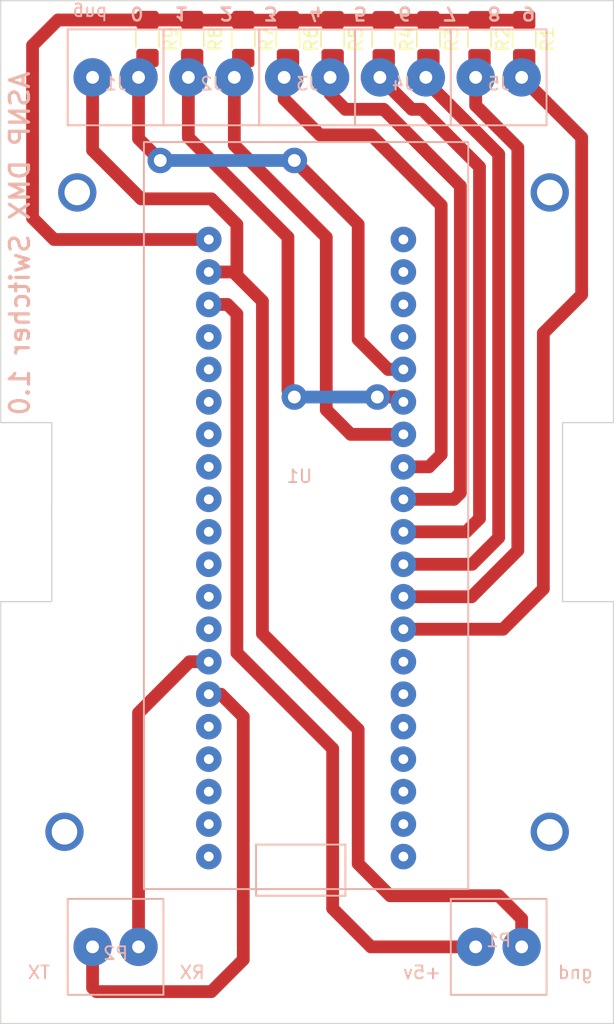
<source format=kicad_pcb>
(kicad_pcb (version 20171130) (host pcbnew "(5.1.6)-1")

  (general
    (thickness 1.6)
    (drawings 25)
    (tracks 129)
    (zones 0)
    (modules 17)
    (nets 41)
  )

  (page A4)
  (layers
    (0 F.Cu signal)
    (31 B.Cu signal)
    (32 B.Adhes user)
    (33 F.Adhes user)
    (34 B.Paste user)
    (35 F.Paste user)
    (36 B.SilkS user)
    (37 F.SilkS user)
    (38 B.Mask user)
    (39 F.Mask user)
    (40 Dwgs.User user)
    (41 Cmts.User user)
    (42 Eco1.User user)
    (43 Eco2.User user)
    (44 Edge.Cuts user)
    (45 Margin user)
    (46 B.CrtYd user)
    (47 F.CrtYd user)
    (48 B.Fab user)
    (49 F.Fab user)
  )

  (setup
    (last_trace_width 1)
    (user_trace_width 1)
    (trace_clearance 0.2)
    (zone_clearance 0.508)
    (zone_45_only no)
    (trace_min 0.2)
    (via_size 0.8)
    (via_drill 0.4)
    (via_min_size 0.4)
    (via_min_drill 0.3)
    (user_via 2 1)
    (uvia_size 0.3)
    (uvia_drill 0.1)
    (uvias_allowed no)
    (uvia_min_size 0.2)
    (uvia_min_drill 0.1)
    (edge_width 0.1)
    (segment_width 0.2)
    (pcb_text_width 0.3)
    (pcb_text_size 1.5 1.5)
    (mod_edge_width 0.15)
    (mod_text_size 1 1)
    (mod_text_width 0.15)
    (pad_size 1.524 1.524)
    (pad_drill 0.762)
    (pad_to_mask_clearance 0)
    (aux_axis_origin 0 0)
    (visible_elements 7FFFFFFF)
    (pcbplotparams
      (layerselection 0x010fc_ffffffff)
      (usegerberextensions false)
      (usegerberattributes true)
      (usegerberadvancedattributes true)
      (creategerberjobfile true)
      (excludeedgelayer true)
      (linewidth 0.100000)
      (plotframeref false)
      (viasonmask false)
      (mode 1)
      (useauxorigin false)
      (hpglpennumber 1)
      (hpglpenspeed 20)
      (hpglpendiameter 15.000000)
      (psnegative false)
      (psa4output false)
      (plotreference true)
      (plotvalue true)
      (plotinvisibletext false)
      (padsonsilk false)
      (subtractmaskfromsilk false)
      (outputformat 1)
      (mirror false)
      (drillshape 1)
      (scaleselection 1)
      (outputdirectory ""))
  )

  (net 0 "")
  (net 1 "Net-(P1-Pad1)")
  (net 2 "Net-(P2-Pad2)")
  (net 3 "Net-(P2-Pad1)")
  (net 4 "Net-(U1-Pad4)")
  (net 5 "Net-(U1-Pad5)")
  (net 6 "Net-(U1-Pad6)")
  (net 7 "Net-(U1-Pad7)")
  (net 8 "Net-(U1-Pad8)")
  (net 9 "Net-(U1-Pad9)")
  (net 10 "Net-(U1-Pad10)")
  (net 11 "Net-(U1-Pad11)")
  (net 12 "Net-(U1-Pad12)")
  (net 13 "Net-(U1-Pad13)")
  (net 14 "Net-(U1-Pad16)")
  (net 15 "Net-(U1-Pad17)")
  (net 16 "Net-(U1-Pad18)")
  (net 17 "Net-(U1-Pad19)")
  (net 18 "Net-(U1-Pad20)")
  (net 19 "Net-(U1-Pad21)")
  (net 20 "Net-(U1-Pad22)")
  (net 21 "Net-(U1-Pad23)")
  (net 22 "Net-(U1-Pad24)")
  (net 23 "Net-(U1-Pad34)")
  (net 24 "Net-(U1-Pad35)")
  (net 25 "Net-(U1-Pad36)")
  (net 26 "Net-(U1-Pad37)")
  (net 27 "Net-(U1-Pad38)")
  (net 28 "Net-(U1-Pad39)")
  (net 29 "Net-(U1-Pad40)")
  (net 30 "Net-(J1-Pad2)")
  (net 31 "Net-(J1-Pad1)")
  (net 32 "Net-(J2-Pad1)")
  (net 33 "Net-(J2-Pad2)")
  (net 34 "Net-(J3-Pad2)")
  (net 35 "Net-(J3-Pad1)")
  (net 36 "Net-(J4-Pad1)")
  (net 37 "Net-(J4-Pad2)")
  (net 38 "Net-(J5-Pad2)")
  (net 39 "Net-(J5-Pad1)")
  (net 40 "Net-(R1-Pad1)")

  (net_class Default "This is the default net class."
    (clearance 0.2)
    (trace_width 0.25)
    (via_dia 0.8)
    (via_drill 0.4)
    (uvia_dia 0.3)
    (uvia_drill 0.1)
    (add_net "Net-(J1-Pad1)")
    (add_net "Net-(J1-Pad2)")
    (add_net "Net-(J2-Pad1)")
    (add_net "Net-(J2-Pad2)")
    (add_net "Net-(J3-Pad1)")
    (add_net "Net-(J3-Pad2)")
    (add_net "Net-(J4-Pad1)")
    (add_net "Net-(J4-Pad2)")
    (add_net "Net-(J5-Pad1)")
    (add_net "Net-(J5-Pad2)")
    (add_net "Net-(P1-Pad1)")
    (add_net "Net-(P2-Pad1)")
    (add_net "Net-(P2-Pad2)")
    (add_net "Net-(R1-Pad1)")
    (add_net "Net-(U1-Pad10)")
    (add_net "Net-(U1-Pad11)")
    (add_net "Net-(U1-Pad12)")
    (add_net "Net-(U1-Pad13)")
    (add_net "Net-(U1-Pad16)")
    (add_net "Net-(U1-Pad17)")
    (add_net "Net-(U1-Pad18)")
    (add_net "Net-(U1-Pad19)")
    (add_net "Net-(U1-Pad20)")
    (add_net "Net-(U1-Pad21)")
    (add_net "Net-(U1-Pad22)")
    (add_net "Net-(U1-Pad23)")
    (add_net "Net-(U1-Pad24)")
    (add_net "Net-(U1-Pad34)")
    (add_net "Net-(U1-Pad35)")
    (add_net "Net-(U1-Pad36)")
    (add_net "Net-(U1-Pad37)")
    (add_net "Net-(U1-Pad38)")
    (add_net "Net-(U1-Pad39)")
    (add_net "Net-(U1-Pad4)")
    (add_net "Net-(U1-Pad40)")
    (add_net "Net-(U1-Pad5)")
    (add_net "Net-(U1-Pad6)")
    (add_net "Net-(U1-Pad7)")
    (add_net "Net-(U1-Pad8)")
    (add_net "Net-(U1-Pad9)")
  )

  (module Resistor_SMD:R_1206_3216Metric_Pad1.42x1.75mm_HandSolder (layer F.Cu) (tedit 5B301BBD) (tstamp 603FEE50)
    (at 115 63 270)
    (descr "Resistor SMD 1206 (3216 Metric), square (rectangular) end terminal, IPC_7351 nominal with elongated pad for handsoldering. (Body size source: http://www.tortai-tech.com/upload/download/2011102023233369053.pdf), generated with kicad-footprint-generator")
    (tags "resistor handsolder")
    (path /60404202)
    (attr smd)
    (fp_text reference R7 (at 0 -1.82 90) (layer F.SilkS)
      (effects (font (size 1 1) (thickness 0.15)))
    )
    (fp_text value R (at 0 1.82 90) (layer F.Fab)
      (effects (font (size 1 1) (thickness 0.15)))
    )
    (fp_line (start -1.6 0.8) (end -1.6 -0.8) (layer F.Fab) (width 0.1))
    (fp_line (start -1.6 -0.8) (end 1.6 -0.8) (layer F.Fab) (width 0.1))
    (fp_line (start 1.6 -0.8) (end 1.6 0.8) (layer F.Fab) (width 0.1))
    (fp_line (start 1.6 0.8) (end -1.6 0.8) (layer F.Fab) (width 0.1))
    (fp_line (start -0.602064 -0.91) (end 0.602064 -0.91) (layer F.SilkS) (width 0.12))
    (fp_line (start -0.602064 0.91) (end 0.602064 0.91) (layer F.SilkS) (width 0.12))
    (fp_line (start -2.45 1.12) (end -2.45 -1.12) (layer F.CrtYd) (width 0.05))
    (fp_line (start -2.45 -1.12) (end 2.45 -1.12) (layer F.CrtYd) (width 0.05))
    (fp_line (start 2.45 -1.12) (end 2.45 1.12) (layer F.CrtYd) (width 0.05))
    (fp_line (start 2.45 1.12) (end -2.45 1.12) (layer F.CrtYd) (width 0.05))
    (fp_text user %R (at 0 0 90) (layer F.Fab)
      (effects (font (size 0.8 0.8) (thickness 0.12)))
    )
    (pad 1 smd roundrect (at -1.4875 0 270) (size 1.425 1.75) (layers F.Cu F.Paste F.Mask) (roundrect_rratio 0.175439)
      (net 40 "Net-(R1-Pad1)"))
    (pad 2 smd roundrect (at 1.4875 0 270) (size 1.425 1.75) (layers F.Cu F.Paste F.Mask) (roundrect_rratio 0.175439)
      (net 32 "Net-(J2-Pad1)"))
    (model ${KISYS3DMOD}/Resistor_SMD.3dshapes/R_1206_3216Metric.wrl
      (at (xyz 0 0 0))
      (scale (xyz 1 1 1))
      (rotate (xyz 0 0 0))
    )
  )

  (module SmartHouseLib:CONN_2_3.5mm (layer B.Cu) (tedit 59BCF383) (tstamp 603FEDD9)
    (at 135 66 180)
    (path /60400DAF)
    (fp_text reference J5 (at 0 -0.5) (layer B.SilkS)
      (effects (font (size 1 1) (thickness 0.15)) (justify mirror))
    )
    (fp_text value Conn_01x02_Female (at 0 0.5) (layer B.Fab)
      (effects (font (size 1 1) (thickness 0.15)) (justify mirror))
    )
    (fp_line (start 3.75 0) (end 3.75 3.75) (layer B.SilkS) (width 0.15))
    (fp_line (start 3.75 3.75) (end -3.75 3.75) (layer B.SilkS) (width 0.15))
    (fp_line (start -3.75 3.75) (end -3.75 -3.75) (layer B.SilkS) (width 0.15))
    (fp_line (start -3.75 -3.75) (end 3.75 -3.75) (layer B.SilkS) (width 0.15))
    (fp_line (start 3.75 -3.75) (end 3.75 0) (layer B.SilkS) (width 0.15))
    (pad 2 thru_hole circle (at 1.8 0 180) (size 3 3) (drill 1) (layers *.Cu *.Mask)
      (net 38 "Net-(J5-Pad2)"))
    (pad 1 thru_hole circle (at -1.8 0 180) (size 3 3) (drill 1) (layers *.Cu *.Mask)
      (net 39 "Net-(J5-Pad1)"))
  )

  (module SmartHouseLib:STM32_DISCOVERY (layer B.Cu) (tedit 5AF5E8EF) (tstamp 5EFA473D)
    (at 125 99 180)
    (path /5B0C4D35)
    (fp_text reference U1 (at 5.6 1.8) (layer B.SilkS)
      (effects (font (size 1 1) (thickness 0.15)) (justify mirror))
    )
    (fp_text value STM32DISCOVERY (at 4.6 4.2) (layer B.Fab)
      (effects (font (size 1 1) (thickness 0.15)) (justify mirror))
    )
    (fp_line (start 2 -31) (end 2 -27) (layer B.SilkS) (width 0.15))
    (fp_line (start 2 -27) (end 9 -27) (layer B.SilkS) (width 0.15))
    (fp_line (start 9 -27) (end 9 -31) (layer B.SilkS) (width 0.15))
    (fp_line (start 9 -31) (end 2 -31) (layer B.SilkS) (width 0.15))
    (fp_line (start 17.78 -30.48) (end -7.62 -30.48) (layer B.SilkS) (width 0.15))
    (fp_line (start -7.62 -30.48) (end -7.62 27.94) (layer B.SilkS) (width 0.15))
    (fp_line (start -7.62 27.94) (end 17.78 27.94) (layer B.SilkS) (width 0.15))
    (fp_line (start 17.78 27.94) (end 17.78 -30.48) (layer B.SilkS) (width 0.15))
    (pad 1 thru_hole circle (at 12.7 20.32 180) (size 2 2) (drill 0.762) (layers *.Cu *.Mask)
      (net 40 "Net-(R1-Pad1)"))
    (pad 2 thru_hole circle (at 12.7 17.78 180) (size 2 2) (drill 0.762) (layers *.Cu *.Mask)
      (net 30 "Net-(J1-Pad2)"))
    (pad 3 thru_hole circle (at 12.7 15.24 180) (size 2 2) (drill 0.762) (layers *.Cu *.Mask)
      (net 1 "Net-(P1-Pad1)"))
    (pad 4 thru_hole circle (at 12.7 12.7 180) (size 2 2) (drill 0.762) (layers *.Cu *.Mask)
      (net 4 "Net-(U1-Pad4)"))
    (pad 5 thru_hole circle (at 12.7 10.16 180) (size 2 2) (drill 0.762) (layers *.Cu *.Mask)
      (net 5 "Net-(U1-Pad5)"))
    (pad 6 thru_hole circle (at 12.7 7.62 180) (size 2 2) (drill 0.762) (layers *.Cu *.Mask)
      (net 6 "Net-(U1-Pad6)"))
    (pad 7 thru_hole circle (at 12.7 5.08 180) (size 2 2) (drill 0.762) (layers *.Cu *.Mask)
      (net 7 "Net-(U1-Pad7)"))
    (pad 8 thru_hole circle (at 12.7 2.54 180) (size 2 2) (drill 0.762) (layers *.Cu *.Mask)
      (net 8 "Net-(U1-Pad8)"))
    (pad 9 thru_hole circle (at 12.7 0 180) (size 2 2) (drill 0.762) (layers *.Cu *.Mask)
      (net 9 "Net-(U1-Pad9)"))
    (pad 10 thru_hole circle (at 12.7 -2.54 180) (size 2 2) (drill 0.762) (layers *.Cu *.Mask)
      (net 10 "Net-(U1-Pad10)"))
    (pad 11 thru_hole circle (at 12.7 -5.08 180) (size 2 2) (drill 0.762) (layers *.Cu *.Mask)
      (net 11 "Net-(U1-Pad11)"))
    (pad 12 thru_hole circle (at 12.7 -7.62 180) (size 2 2) (drill 0.762) (layers *.Cu *.Mask)
      (net 12 "Net-(U1-Pad12)"))
    (pad 13 thru_hole circle (at 12.7 -10.16 180) (size 2 2) (drill 0.762) (layers *.Cu *.Mask)
      (net 13 "Net-(U1-Pad13)"))
    (pad 14 thru_hole circle (at 12.7 -12.7 180) (size 2 2) (drill 0.762) (layers *.Cu *.Mask)
      (net 3 "Net-(P2-Pad1)"))
    (pad 15 thru_hole circle (at 12.7 -15.24 180) (size 2 2) (drill 0.762) (layers *.Cu *.Mask)
      (net 2 "Net-(P2-Pad2)"))
    (pad 16 thru_hole circle (at 12.7 -17.78 180) (size 2 2) (drill 0.762) (layers *.Cu *.Mask)
      (net 14 "Net-(U1-Pad16)"))
    (pad 17 thru_hole circle (at 12.7 -20.32 180) (size 2 2) (drill 0.762) (layers *.Cu *.Mask)
      (net 15 "Net-(U1-Pad17)"))
    (pad 18 thru_hole circle (at 12.7 -22.86 180) (size 2 2) (drill 0.762) (layers *.Cu *.Mask)
      (net 16 "Net-(U1-Pad18)"))
    (pad 19 thru_hole circle (at 12.7 -25.4 180) (size 2 2) (drill 0.762) (layers *.Cu *.Mask)
      (net 17 "Net-(U1-Pad19)"))
    (pad 20 thru_hole circle (at 12.7 -27.94 180) (size 2 2) (drill 0.762) (layers *.Cu *.Mask)
      (net 18 "Net-(U1-Pad20)"))
    (pad 21 thru_hole circle (at -2.54 20.32 180) (size 2 2) (drill 0.762) (layers *.Cu *.Mask)
      (net 19 "Net-(U1-Pad21)"))
    (pad 22 thru_hole circle (at -2.54 17.78 180) (size 2 2) (drill 0.762) (layers *.Cu *.Mask)
      (net 20 "Net-(U1-Pad22)"))
    (pad 23 thru_hole circle (at -2.54 15.24 180) (size 2 2) (drill 0.762) (layers *.Cu *.Mask)
      (net 21 "Net-(U1-Pad23)"))
    (pad 24 thru_hole circle (at -2.54 12.7 180) (size 2 2) (drill 0.762) (layers *.Cu *.Mask)
      (net 22 "Net-(U1-Pad24)"))
    (pad 25 thru_hole circle (at -2.54 10.16 180) (size 2 2) (drill 0.762) (layers *.Cu *.Mask)
      (net 31 "Net-(J1-Pad1)"))
    (pad 26 thru_hole circle (at -2.54 7.62 180) (size 2 2) (drill 0.762) (layers *.Cu *.Mask)
      (net 33 "Net-(J2-Pad2)"))
    (pad 27 thru_hole circle (at -2.54 5.08 180) (size 2 2) (drill 0.762) (layers *.Cu *.Mask)
      (net 32 "Net-(J2-Pad1)"))
    (pad 28 thru_hole circle (at -2.54 2.54 180) (size 2 2) (drill 0.762) (layers *.Cu *.Mask)
      (net 34 "Net-(J3-Pad2)"))
    (pad 29 thru_hole circle (at -2.54 0 180) (size 2 2) (drill 0.762) (layers *.Cu *.Mask)
      (net 35 "Net-(J3-Pad1)"))
    (pad 30 thru_hole circle (at -2.54 -2.54 180) (size 2 2) (drill 0.762) (layers *.Cu *.Mask)
      (net 37 "Net-(J4-Pad2)"))
    (pad 31 thru_hole circle (at -2.54 -5.08 180) (size 2 2) (drill 0.762) (layers *.Cu *.Mask)
      (net 36 "Net-(J4-Pad1)"))
    (pad 32 thru_hole circle (at -2.54 -7.62 180) (size 2 2) (drill 0.762) (layers *.Cu *.Mask)
      (net 38 "Net-(J5-Pad2)"))
    (pad 33 thru_hole circle (at -2.54 -10.16 180) (size 2 2) (drill 0.762) (layers *.Cu *.Mask)
      (net 39 "Net-(J5-Pad1)"))
    (pad 34 thru_hole circle (at -2.54 -12.7 180) (size 2 2) (drill 0.762) (layers *.Cu *.Mask)
      (net 23 "Net-(U1-Pad34)"))
    (pad 35 thru_hole circle (at -2.54 -15.24 180) (size 2 2) (drill 0.762) (layers *.Cu *.Mask)
      (net 24 "Net-(U1-Pad35)"))
    (pad 36 thru_hole circle (at -2.54 -17.78 180) (size 2 2) (drill 0.762) (layers *.Cu *.Mask)
      (net 25 "Net-(U1-Pad36)"))
    (pad 37 thru_hole circle (at -2.54 -20.32 180) (size 2 2) (drill 0.762) (layers *.Cu *.Mask)
      (net 26 "Net-(U1-Pad37)"))
    (pad 38 thru_hole circle (at -2.54 -22.86 180) (size 2 2) (drill 0.762) (layers *.Cu *.Mask)
      (net 27 "Net-(U1-Pad38)"))
    (pad 39 thru_hole circle (at -2.54 -25.4 180) (size 2 2) (drill 0.762) (layers *.Cu *.Mask)
      (net 28 "Net-(U1-Pad39)"))
    (pad 40 thru_hole circle (at -2.54 -27.94 180) (size 2 2) (drill 0.762) (layers *.Cu *.Mask)
      (net 29 "Net-(U1-Pad40)"))
  )

  (module SmartHouseLib:CONN_2_3.5mm (layer B.Cu) (tedit 59BCF383) (tstamp 5EFA46E8)
    (at 135 134)
    (path /5B0C6718)
    (fp_text reference P1 (at 0 -0.5) (layer B.SilkS)
      (effects (font (size 1 1) (thickness 0.15)) (justify mirror))
    )
    (fp_text value POWER (at 0 0.5) (layer B.Fab)
      (effects (font (size 1 1) (thickness 0.15)) (justify mirror))
    )
    (fp_line (start 3.75 -3.75) (end 3.75 0) (layer B.SilkS) (width 0.15))
    (fp_line (start -3.75 -3.75) (end 3.75 -3.75) (layer B.SilkS) (width 0.15))
    (fp_line (start -3.75 3.75) (end -3.75 -3.75) (layer B.SilkS) (width 0.15))
    (fp_line (start 3.75 3.75) (end -3.75 3.75) (layer B.SilkS) (width 0.15))
    (fp_line (start 3.75 0) (end 3.75 3.75) (layer B.SilkS) (width 0.15))
    (pad 1 thru_hole circle (at -1.8 0) (size 3 3) (drill 1) (layers *.Cu *.Mask)
      (net 1 "Net-(P1-Pad1)"))
    (pad 2 thru_hole circle (at 1.8 0) (size 3 3) (drill 1) (layers *.Cu *.Mask)
      (net 30 "Net-(J1-Pad2)"))
  )

  (module SmartHouseLib:CONN_2_3.5mm (layer B.Cu) (tedit 59BCF383) (tstamp 5EF98A76)
    (at 105 134 180)
    (path /5B0C654C)
    (fp_text reference P2 (at 0 -0.5) (layer B.SilkS)
      (effects (font (size 1 1) (thickness 0.15)) (justify mirror))
    )
    (fp_text value UART (at 0 0.5) (layer B.Fab)
      (effects (font (size 1 1) (thickness 0.15)) (justify mirror))
    )
    (fp_line (start 3.75 0) (end 3.75 3.75) (layer B.SilkS) (width 0.15))
    (fp_line (start 3.75 3.75) (end -3.75 3.75) (layer B.SilkS) (width 0.15))
    (fp_line (start -3.75 3.75) (end -3.75 -3.75) (layer B.SilkS) (width 0.15))
    (fp_line (start -3.75 -3.75) (end 3.75 -3.75) (layer B.SilkS) (width 0.15))
    (fp_line (start 3.75 -3.75) (end 3.75 0) (layer B.SilkS) (width 0.15))
    (pad 2 thru_hole circle (at 1.8 0 180) (size 3 3) (drill 1) (layers *.Cu *.Mask)
      (net 2 "Net-(P2-Pad2)"))
    (pad 1 thru_hole circle (at -1.8 0 180) (size 3 3) (drill 1) (layers *.Cu *.Mask)
      (net 3 "Net-(P2-Pad1)"))
  )

  (module SmartHouseLib:CONN_2_3.5mm (layer B.Cu) (tedit 59BCF383) (tstamp 603FEDAD)
    (at 105 66 180)
    (path /603FEBEC)
    (fp_text reference J1 (at 0 -0.5) (layer B.SilkS)
      (effects (font (size 1 1) (thickness 0.15)) (justify mirror))
    )
    (fp_text value Conn_01x02_Female (at 0 0.5) (layer B.Fab)
      (effects (font (size 1 1) (thickness 0.15)) (justify mirror))
    )
    (fp_line (start 3.75 0) (end 3.75 3.75) (layer B.SilkS) (width 0.15))
    (fp_line (start 3.75 3.75) (end -3.75 3.75) (layer B.SilkS) (width 0.15))
    (fp_line (start -3.75 3.75) (end -3.75 -3.75) (layer B.SilkS) (width 0.15))
    (fp_line (start -3.75 -3.75) (end 3.75 -3.75) (layer B.SilkS) (width 0.15))
    (fp_line (start 3.75 -3.75) (end 3.75 0) (layer B.SilkS) (width 0.15))
    (pad 2 thru_hole circle (at 1.8 0 180) (size 3 3) (drill 1) (layers *.Cu *.Mask)
      (net 30 "Net-(J1-Pad2)"))
    (pad 1 thru_hole circle (at -1.8 0 180) (size 3 3) (drill 1) (layers *.Cu *.Mask)
      (net 31 "Net-(J1-Pad1)"))
  )

  (module SmartHouseLib:CONN_2_3.5mm (layer B.Cu) (tedit 59BCF383) (tstamp 603FEDB8)
    (at 112.5 66 180)
    (path /603FFC1C)
    (fp_text reference J2 (at 0 -0.5) (layer B.SilkS)
      (effects (font (size 1 1) (thickness 0.15)) (justify mirror))
    )
    (fp_text value Conn_01x02_Female (at 0 0.5) (layer B.Fab)
      (effects (font (size 1 1) (thickness 0.15)) (justify mirror))
    )
    (fp_line (start 3.75 -3.75) (end 3.75 0) (layer B.SilkS) (width 0.15))
    (fp_line (start -3.75 -3.75) (end 3.75 -3.75) (layer B.SilkS) (width 0.15))
    (fp_line (start -3.75 3.75) (end -3.75 -3.75) (layer B.SilkS) (width 0.15))
    (fp_line (start 3.75 3.75) (end -3.75 3.75) (layer B.SilkS) (width 0.15))
    (fp_line (start 3.75 0) (end 3.75 3.75) (layer B.SilkS) (width 0.15))
    (pad 1 thru_hole circle (at -1.8 0 180) (size 3 3) (drill 1) (layers *.Cu *.Mask)
      (net 32 "Net-(J2-Pad1)"))
    (pad 2 thru_hole circle (at 1.8 0 180) (size 3 3) (drill 1) (layers *.Cu *.Mask)
      (net 33 "Net-(J2-Pad2)"))
  )

  (module SmartHouseLib:CONN_2_3.5mm (layer B.Cu) (tedit 59BCF383) (tstamp 603FEDC3)
    (at 120 66 180)
    (path /60400520)
    (fp_text reference J3 (at 0 -0.5) (layer B.SilkS)
      (effects (font (size 1 1) (thickness 0.15)) (justify mirror))
    )
    (fp_text value Conn_01x02_Female (at 0 0.5) (layer B.Fab)
      (effects (font (size 1 1) (thickness 0.15)) (justify mirror))
    )
    (fp_line (start 3.75 0) (end 3.75 3.75) (layer B.SilkS) (width 0.15))
    (fp_line (start 3.75 3.75) (end -3.75 3.75) (layer B.SilkS) (width 0.15))
    (fp_line (start -3.75 3.75) (end -3.75 -3.75) (layer B.SilkS) (width 0.15))
    (fp_line (start -3.75 -3.75) (end 3.75 -3.75) (layer B.SilkS) (width 0.15))
    (fp_line (start 3.75 -3.75) (end 3.75 0) (layer B.SilkS) (width 0.15))
    (pad 2 thru_hole circle (at 1.8 0 180) (size 3 3) (drill 1) (layers *.Cu *.Mask)
      (net 34 "Net-(J3-Pad2)"))
    (pad 1 thru_hole circle (at -1.8 0 180) (size 3 3) (drill 1) (layers *.Cu *.Mask)
      (net 35 "Net-(J3-Pad1)"))
  )

  (module SmartHouseLib:CONN_2_3.5mm (layer B.Cu) (tedit 59BCF383) (tstamp 603FEDCE)
    (at 127.5 66 180)
    (path /60400A56)
    (fp_text reference J4 (at 0 -0.5) (layer B.SilkS)
      (effects (font (size 1 1) (thickness 0.15)) (justify mirror))
    )
    (fp_text value Conn_01x02_Female (at 0 0.5) (layer B.Fab)
      (effects (font (size 1 1) (thickness 0.15)) (justify mirror))
    )
    (fp_line (start 3.75 -3.75) (end 3.75 0) (layer B.SilkS) (width 0.15))
    (fp_line (start -3.75 -3.75) (end 3.75 -3.75) (layer B.SilkS) (width 0.15))
    (fp_line (start -3.75 3.75) (end -3.75 -3.75) (layer B.SilkS) (width 0.15))
    (fp_line (start 3.75 3.75) (end -3.75 3.75) (layer B.SilkS) (width 0.15))
    (fp_line (start 3.75 0) (end 3.75 3.75) (layer B.SilkS) (width 0.15))
    (pad 1 thru_hole circle (at -1.8 0 180) (size 3 3) (drill 1) (layers *.Cu *.Mask)
      (net 36 "Net-(J4-Pad1)"))
    (pad 2 thru_hole circle (at 1.8 0 180) (size 3 3) (drill 1) (layers *.Cu *.Mask)
      (net 37 "Net-(J4-Pad2)"))
  )

  (module Resistor_SMD:R_1206_3216Metric_Pad1.42x1.75mm_HandSolder (layer F.Cu) (tedit 5B301BBD) (tstamp 603FEDEA)
    (at 137 63.0125 270)
    (descr "Resistor SMD 1206 (3216 Metric), square (rectangular) end terminal, IPC_7351 nominal with elongated pad for handsoldering. (Body size source: http://www.tortai-tech.com/upload/download/2011102023233369053.pdf), generated with kicad-footprint-generator")
    (tags "resistor handsolder")
    (path /60403F6A)
    (attr smd)
    (fp_text reference R1 (at 0 -1.82 90) (layer F.SilkS)
      (effects (font (size 1 1) (thickness 0.15)))
    )
    (fp_text value R (at 0 1.82 90) (layer F.Fab)
      (effects (font (size 1 1) (thickness 0.15)))
    )
    (fp_line (start 2.45 1.12) (end -2.45 1.12) (layer F.CrtYd) (width 0.05))
    (fp_line (start 2.45 -1.12) (end 2.45 1.12) (layer F.CrtYd) (width 0.05))
    (fp_line (start -2.45 -1.12) (end 2.45 -1.12) (layer F.CrtYd) (width 0.05))
    (fp_line (start -2.45 1.12) (end -2.45 -1.12) (layer F.CrtYd) (width 0.05))
    (fp_line (start -0.602064 0.91) (end 0.602064 0.91) (layer F.SilkS) (width 0.12))
    (fp_line (start -0.602064 -0.91) (end 0.602064 -0.91) (layer F.SilkS) (width 0.12))
    (fp_line (start 1.6 0.8) (end -1.6 0.8) (layer F.Fab) (width 0.1))
    (fp_line (start 1.6 -0.8) (end 1.6 0.8) (layer F.Fab) (width 0.1))
    (fp_line (start -1.6 -0.8) (end 1.6 -0.8) (layer F.Fab) (width 0.1))
    (fp_line (start -1.6 0.8) (end -1.6 -0.8) (layer F.Fab) (width 0.1))
    (fp_text user %R (at 0 0 90) (layer F.Fab)
      (effects (font (size 0.8 0.8) (thickness 0.12)))
    )
    (pad 2 smd roundrect (at 1.4875 0 270) (size 1.425 1.75) (layers F.Cu F.Paste F.Mask) (roundrect_rratio 0.175439)
      (net 39 "Net-(J5-Pad1)"))
    (pad 1 smd roundrect (at -1.4875 0 270) (size 1.425 1.75) (layers F.Cu F.Paste F.Mask) (roundrect_rratio 0.175439)
      (net 40 "Net-(R1-Pad1)"))
    (model ${KISYS3DMOD}/Resistor_SMD.3dshapes/R_1206_3216Metric.wrl
      (at (xyz 0 0 0))
      (scale (xyz 1 1 1))
      (rotate (xyz 0 0 0))
    )
  )

  (module Resistor_SMD:R_1206_3216Metric_Pad1.42x1.75mm_HandSolder (layer F.Cu) (tedit 5B301BBD) (tstamp 603FEDFB)
    (at 133.5 63.0125 270)
    (descr "Resistor SMD 1206 (3216 Metric), square (rectangular) end terminal, IPC_7351 nominal with elongated pad for handsoldering. (Body size source: http://www.tortai-tech.com/upload/download/2011102023233369053.pdf), generated with kicad-footprint-generator")
    (tags "resistor handsolder")
    (path /60403C01)
    (attr smd)
    (fp_text reference R2 (at 0 -1.82 90) (layer F.SilkS)
      (effects (font (size 1 1) (thickness 0.15)))
    )
    (fp_text value R (at 0 1.82 90) (layer F.Fab)
      (effects (font (size 1 1) (thickness 0.15)))
    )
    (fp_line (start -1.6 0.8) (end -1.6 -0.8) (layer F.Fab) (width 0.1))
    (fp_line (start -1.6 -0.8) (end 1.6 -0.8) (layer F.Fab) (width 0.1))
    (fp_line (start 1.6 -0.8) (end 1.6 0.8) (layer F.Fab) (width 0.1))
    (fp_line (start 1.6 0.8) (end -1.6 0.8) (layer F.Fab) (width 0.1))
    (fp_line (start -0.602064 -0.91) (end 0.602064 -0.91) (layer F.SilkS) (width 0.12))
    (fp_line (start -0.602064 0.91) (end 0.602064 0.91) (layer F.SilkS) (width 0.12))
    (fp_line (start -2.45 1.12) (end -2.45 -1.12) (layer F.CrtYd) (width 0.05))
    (fp_line (start -2.45 -1.12) (end 2.45 -1.12) (layer F.CrtYd) (width 0.05))
    (fp_line (start 2.45 -1.12) (end 2.45 1.12) (layer F.CrtYd) (width 0.05))
    (fp_line (start 2.45 1.12) (end -2.45 1.12) (layer F.CrtYd) (width 0.05))
    (fp_text user %R (at 0 0 90) (layer F.Fab)
      (effects (font (size 0.8 0.8) (thickness 0.12)))
    )
    (pad 1 smd roundrect (at -1.4875 0 270) (size 1.425 1.75) (layers F.Cu F.Paste F.Mask) (roundrect_rratio 0.175439)
      (net 40 "Net-(R1-Pad1)"))
    (pad 2 smd roundrect (at 1.4875 0 270) (size 1.425 1.75) (layers F.Cu F.Paste F.Mask) (roundrect_rratio 0.175439)
      (net 38 "Net-(J5-Pad2)"))
    (model ${KISYS3DMOD}/Resistor_SMD.3dshapes/R_1206_3216Metric.wrl
      (at (xyz 0 0 0))
      (scale (xyz 1 1 1))
      (rotate (xyz 0 0 0))
    )
  )

  (module Resistor_SMD:R_1206_3216Metric_Pad1.42x1.75mm_HandSolder (layer F.Cu) (tedit 5B301BBD) (tstamp 603FEE0C)
    (at 129.5 63.0125 270)
    (descr "Resistor SMD 1206 (3216 Metric), square (rectangular) end terminal, IPC_7351 nominal with elongated pad for handsoldering. (Body size source: http://www.tortai-tech.com/upload/download/2011102023233369053.pdf), generated with kicad-footprint-generator")
    (tags "resistor handsolder")
    (path /60403A16)
    (attr smd)
    (fp_text reference R3 (at 0 -1.82 90) (layer F.SilkS)
      (effects (font (size 1 1) (thickness 0.15)))
    )
    (fp_text value R (at 0 1.82 90) (layer F.Fab)
      (effects (font (size 1 1) (thickness 0.15)))
    )
    (fp_line (start 2.45 1.12) (end -2.45 1.12) (layer F.CrtYd) (width 0.05))
    (fp_line (start 2.45 -1.12) (end 2.45 1.12) (layer F.CrtYd) (width 0.05))
    (fp_line (start -2.45 -1.12) (end 2.45 -1.12) (layer F.CrtYd) (width 0.05))
    (fp_line (start -2.45 1.12) (end -2.45 -1.12) (layer F.CrtYd) (width 0.05))
    (fp_line (start -0.602064 0.91) (end 0.602064 0.91) (layer F.SilkS) (width 0.12))
    (fp_line (start -0.602064 -0.91) (end 0.602064 -0.91) (layer F.SilkS) (width 0.12))
    (fp_line (start 1.6 0.8) (end -1.6 0.8) (layer F.Fab) (width 0.1))
    (fp_line (start 1.6 -0.8) (end 1.6 0.8) (layer F.Fab) (width 0.1))
    (fp_line (start -1.6 -0.8) (end 1.6 -0.8) (layer F.Fab) (width 0.1))
    (fp_line (start -1.6 0.8) (end -1.6 -0.8) (layer F.Fab) (width 0.1))
    (fp_text user %R (at 0 0 90) (layer F.Fab)
      (effects (font (size 0.8 0.8) (thickness 0.12)))
    )
    (pad 2 smd roundrect (at 1.4875 0 270) (size 1.425 1.75) (layers F.Cu F.Paste F.Mask) (roundrect_rratio 0.175439)
      (net 36 "Net-(J4-Pad1)"))
    (pad 1 smd roundrect (at -1.4875 0 270) (size 1.425 1.75) (layers F.Cu F.Paste F.Mask) (roundrect_rratio 0.175439)
      (net 40 "Net-(R1-Pad1)"))
    (model ${KISYS3DMOD}/Resistor_SMD.3dshapes/R_1206_3216Metric.wrl
      (at (xyz 0 0 0))
      (scale (xyz 1 1 1))
      (rotate (xyz 0 0 0))
    )
  )

  (module Resistor_SMD:R_1206_3216Metric_Pad1.42x1.75mm_HandSolder (layer F.Cu) (tedit 5B301BBD) (tstamp 603FEE1D)
    (at 126 63.0125 270)
    (descr "Resistor SMD 1206 (3216 Metric), square (rectangular) end terminal, IPC_7351 nominal with elongated pad for handsoldering. (Body size source: http://www.tortai-tech.com/upload/download/2011102023233369053.pdf), generated with kicad-footprint-generator")
    (tags "resistor handsolder")
    (path /60403906)
    (attr smd)
    (fp_text reference R4 (at 0 -1.82 90) (layer F.SilkS)
      (effects (font (size 1 1) (thickness 0.15)))
    )
    (fp_text value R (at 0 1.82 90) (layer F.Fab)
      (effects (font (size 1 1) (thickness 0.15)))
    )
    (fp_line (start -1.6 0.8) (end -1.6 -0.8) (layer F.Fab) (width 0.1))
    (fp_line (start -1.6 -0.8) (end 1.6 -0.8) (layer F.Fab) (width 0.1))
    (fp_line (start 1.6 -0.8) (end 1.6 0.8) (layer F.Fab) (width 0.1))
    (fp_line (start 1.6 0.8) (end -1.6 0.8) (layer F.Fab) (width 0.1))
    (fp_line (start -0.602064 -0.91) (end 0.602064 -0.91) (layer F.SilkS) (width 0.12))
    (fp_line (start -0.602064 0.91) (end 0.602064 0.91) (layer F.SilkS) (width 0.12))
    (fp_line (start -2.45 1.12) (end -2.45 -1.12) (layer F.CrtYd) (width 0.05))
    (fp_line (start -2.45 -1.12) (end 2.45 -1.12) (layer F.CrtYd) (width 0.05))
    (fp_line (start 2.45 -1.12) (end 2.45 1.12) (layer F.CrtYd) (width 0.05))
    (fp_line (start 2.45 1.12) (end -2.45 1.12) (layer F.CrtYd) (width 0.05))
    (fp_text user %R (at 0 0 90) (layer F.Fab)
      (effects (font (size 0.8 0.8) (thickness 0.12)))
    )
    (pad 1 smd roundrect (at -1.4875 0 270) (size 1.425 1.75) (layers F.Cu F.Paste F.Mask) (roundrect_rratio 0.175439)
      (net 40 "Net-(R1-Pad1)"))
    (pad 2 smd roundrect (at 1.4875 0 270) (size 1.425 1.75) (layers F.Cu F.Paste F.Mask) (roundrect_rratio 0.175439)
      (net 37 "Net-(J4-Pad2)"))
    (model ${KISYS3DMOD}/Resistor_SMD.3dshapes/R_1206_3216Metric.wrl
      (at (xyz 0 0 0))
      (scale (xyz 1 1 1))
      (rotate (xyz 0 0 0))
    )
  )

  (module Resistor_SMD:R_1206_3216Metric_Pad1.42x1.75mm_HandSolder (layer F.Cu) (tedit 5B301BBD) (tstamp 603FEE2E)
    (at 122 63.0125 270)
    (descr "Resistor SMD 1206 (3216 Metric), square (rectangular) end terminal, IPC_7351 nominal with elongated pad for handsoldering. (Body size source: http://www.tortai-tech.com/upload/download/2011102023233369053.pdf), generated with kicad-footprint-generator")
    (tags "resistor handsolder")
    (path /60403744)
    (attr smd)
    (fp_text reference R5 (at 0 -1.82 90) (layer F.SilkS)
      (effects (font (size 1 1) (thickness 0.15)))
    )
    (fp_text value R (at 0 1.82 90) (layer F.Fab)
      (effects (font (size 1 1) (thickness 0.15)))
    )
    (fp_line (start 2.45 1.12) (end -2.45 1.12) (layer F.CrtYd) (width 0.05))
    (fp_line (start 2.45 -1.12) (end 2.45 1.12) (layer F.CrtYd) (width 0.05))
    (fp_line (start -2.45 -1.12) (end 2.45 -1.12) (layer F.CrtYd) (width 0.05))
    (fp_line (start -2.45 1.12) (end -2.45 -1.12) (layer F.CrtYd) (width 0.05))
    (fp_line (start -0.602064 0.91) (end 0.602064 0.91) (layer F.SilkS) (width 0.12))
    (fp_line (start -0.602064 -0.91) (end 0.602064 -0.91) (layer F.SilkS) (width 0.12))
    (fp_line (start 1.6 0.8) (end -1.6 0.8) (layer F.Fab) (width 0.1))
    (fp_line (start 1.6 -0.8) (end 1.6 0.8) (layer F.Fab) (width 0.1))
    (fp_line (start -1.6 -0.8) (end 1.6 -0.8) (layer F.Fab) (width 0.1))
    (fp_line (start -1.6 0.8) (end -1.6 -0.8) (layer F.Fab) (width 0.1))
    (fp_text user %R (at 0 0 90) (layer F.Fab)
      (effects (font (size 0.8 0.8) (thickness 0.12)))
    )
    (pad 2 smd roundrect (at 1.4875 0 270) (size 1.425 1.75) (layers F.Cu F.Paste F.Mask) (roundrect_rratio 0.175439)
      (net 35 "Net-(J3-Pad1)"))
    (pad 1 smd roundrect (at -1.4875 0 270) (size 1.425 1.75) (layers F.Cu F.Paste F.Mask) (roundrect_rratio 0.175439)
      (net 40 "Net-(R1-Pad1)"))
    (model ${KISYS3DMOD}/Resistor_SMD.3dshapes/R_1206_3216Metric.wrl
      (at (xyz 0 0 0))
      (scale (xyz 1 1 1))
      (rotate (xyz 0 0 0))
    )
  )

  (module Resistor_SMD:R_1206_3216Metric_Pad1.42x1.75mm_HandSolder (layer F.Cu) (tedit 5B301BBD) (tstamp 603FEE3F)
    (at 118.5 63.0125 270)
    (descr "Resistor SMD 1206 (3216 Metric), square (rectangular) end terminal, IPC_7351 nominal with elongated pad for handsoldering. (Body size source: http://www.tortai-tech.com/upload/download/2011102023233369053.pdf), generated with kicad-footprint-generator")
    (tags "resistor handsolder")
    (path /60402FA9)
    (attr smd)
    (fp_text reference R6 (at 0 -1.82 90) (layer F.SilkS)
      (effects (font (size 1 1) (thickness 0.15)))
    )
    (fp_text value R (at 0 1.82 90) (layer F.Fab)
      (effects (font (size 1 1) (thickness 0.15)))
    )
    (fp_line (start -1.6 0.8) (end -1.6 -0.8) (layer F.Fab) (width 0.1))
    (fp_line (start -1.6 -0.8) (end 1.6 -0.8) (layer F.Fab) (width 0.1))
    (fp_line (start 1.6 -0.8) (end 1.6 0.8) (layer F.Fab) (width 0.1))
    (fp_line (start 1.6 0.8) (end -1.6 0.8) (layer F.Fab) (width 0.1))
    (fp_line (start -0.602064 -0.91) (end 0.602064 -0.91) (layer F.SilkS) (width 0.12))
    (fp_line (start -0.602064 0.91) (end 0.602064 0.91) (layer F.SilkS) (width 0.12))
    (fp_line (start -2.45 1.12) (end -2.45 -1.12) (layer F.CrtYd) (width 0.05))
    (fp_line (start -2.45 -1.12) (end 2.45 -1.12) (layer F.CrtYd) (width 0.05))
    (fp_line (start 2.45 -1.12) (end 2.45 1.12) (layer F.CrtYd) (width 0.05))
    (fp_line (start 2.45 1.12) (end -2.45 1.12) (layer F.CrtYd) (width 0.05))
    (fp_text user %R (at 0 0 90) (layer F.Fab)
      (effects (font (size 0.8 0.8) (thickness 0.12)))
    )
    (pad 1 smd roundrect (at -1.4875 0 270) (size 1.425 1.75) (layers F.Cu F.Paste F.Mask) (roundrect_rratio 0.175439)
      (net 40 "Net-(R1-Pad1)"))
    (pad 2 smd roundrect (at 1.4875 0 270) (size 1.425 1.75) (layers F.Cu F.Paste F.Mask) (roundrect_rratio 0.175439)
      (net 34 "Net-(J3-Pad2)"))
    (model ${KISYS3DMOD}/Resistor_SMD.3dshapes/R_1206_3216Metric.wrl
      (at (xyz 0 0 0))
      (scale (xyz 1 1 1))
      (rotate (xyz 0 0 0))
    )
  )

  (module Resistor_SMD:R_1206_3216Metric_Pad1.42x1.75mm_HandSolder (layer F.Cu) (tedit 5B301BBD) (tstamp 603FEE61)
    (at 111 63 270)
    (descr "Resistor SMD 1206 (3216 Metric), square (rectangular) end terminal, IPC_7351 nominal with elongated pad for handsoldering. (Body size source: http://www.tortai-tech.com/upload/download/2011102023233369053.pdf), generated with kicad-footprint-generator")
    (tags "resistor handsolder")
    (path /604043C8)
    (attr smd)
    (fp_text reference R8 (at 0 -1.82 90) (layer F.SilkS)
      (effects (font (size 1 1) (thickness 0.15)))
    )
    (fp_text value R (at 0 1.82 90) (layer F.Fab)
      (effects (font (size 1 1) (thickness 0.15)))
    )
    (fp_line (start 2.45 1.12) (end -2.45 1.12) (layer F.CrtYd) (width 0.05))
    (fp_line (start 2.45 -1.12) (end 2.45 1.12) (layer F.CrtYd) (width 0.05))
    (fp_line (start -2.45 -1.12) (end 2.45 -1.12) (layer F.CrtYd) (width 0.05))
    (fp_line (start -2.45 1.12) (end -2.45 -1.12) (layer F.CrtYd) (width 0.05))
    (fp_line (start -0.602064 0.91) (end 0.602064 0.91) (layer F.SilkS) (width 0.12))
    (fp_line (start -0.602064 -0.91) (end 0.602064 -0.91) (layer F.SilkS) (width 0.12))
    (fp_line (start 1.6 0.8) (end -1.6 0.8) (layer F.Fab) (width 0.1))
    (fp_line (start 1.6 -0.8) (end 1.6 0.8) (layer F.Fab) (width 0.1))
    (fp_line (start -1.6 -0.8) (end 1.6 -0.8) (layer F.Fab) (width 0.1))
    (fp_line (start -1.6 0.8) (end -1.6 -0.8) (layer F.Fab) (width 0.1))
    (fp_text user %R (at 0 0 90) (layer F.Fab)
      (effects (font (size 0.8 0.8) (thickness 0.12)))
    )
    (pad 2 smd roundrect (at 1.4875 0 270) (size 1.425 1.75) (layers F.Cu F.Paste F.Mask) (roundrect_rratio 0.175439)
      (net 33 "Net-(J2-Pad2)"))
    (pad 1 smd roundrect (at -1.4875 0 270) (size 1.425 1.75) (layers F.Cu F.Paste F.Mask) (roundrect_rratio 0.175439)
      (net 40 "Net-(R1-Pad1)"))
    (model ${KISYS3DMOD}/Resistor_SMD.3dshapes/R_1206_3216Metric.wrl
      (at (xyz 0 0 0))
      (scale (xyz 1 1 1))
      (rotate (xyz 0 0 0))
    )
  )

  (module Resistor_SMD:R_1206_3216Metric_Pad1.42x1.75mm_HandSolder (layer F.Cu) (tedit 5B301BBD) (tstamp 603FEE72)
    (at 107.5 63 270)
    (descr "Resistor SMD 1206 (3216 Metric), square (rectangular) end terminal, IPC_7351 nominal with elongated pad for handsoldering. (Body size source: http://www.tortai-tech.com/upload/download/2011102023233369053.pdf), generated with kicad-footprint-generator")
    (tags "resistor handsolder")
    (path /604045A4)
    (attr smd)
    (fp_text reference R9 (at 0 -1.82 90) (layer F.SilkS)
      (effects (font (size 1 1) (thickness 0.15)))
    )
    (fp_text value R (at 0 1.82 90) (layer F.Fab)
      (effects (font (size 1 1) (thickness 0.15)))
    )
    (fp_line (start -1.6 0.8) (end -1.6 -0.8) (layer F.Fab) (width 0.1))
    (fp_line (start -1.6 -0.8) (end 1.6 -0.8) (layer F.Fab) (width 0.1))
    (fp_line (start 1.6 -0.8) (end 1.6 0.8) (layer F.Fab) (width 0.1))
    (fp_line (start 1.6 0.8) (end -1.6 0.8) (layer F.Fab) (width 0.1))
    (fp_line (start -0.602064 -0.91) (end 0.602064 -0.91) (layer F.SilkS) (width 0.12))
    (fp_line (start -0.602064 0.91) (end 0.602064 0.91) (layer F.SilkS) (width 0.12))
    (fp_line (start -2.45 1.12) (end -2.45 -1.12) (layer F.CrtYd) (width 0.05))
    (fp_line (start -2.45 -1.12) (end 2.45 -1.12) (layer F.CrtYd) (width 0.05))
    (fp_line (start 2.45 -1.12) (end 2.45 1.12) (layer F.CrtYd) (width 0.05))
    (fp_line (start 2.45 1.12) (end -2.45 1.12) (layer F.CrtYd) (width 0.05))
    (fp_text user %R (at 0 0 90) (layer F.Fab)
      (effects (font (size 0.8 0.8) (thickness 0.12)))
    )
    (pad 1 smd roundrect (at -1.4875 0 270) (size 1.425 1.75) (layers F.Cu F.Paste F.Mask) (roundrect_rratio 0.175439)
      (net 40 "Net-(R1-Pad1)"))
    (pad 2 smd roundrect (at 1.4875 0 270) (size 1.425 1.75) (layers F.Cu F.Paste F.Mask) (roundrect_rratio 0.175439)
      (net 31 "Net-(J1-Pad1)"))
    (model ${KISYS3DMOD}/Resistor_SMD.3dshapes/R_1206_3216Metric.wrl
      (at (xyz 0 0 0))
      (scale (xyz 1 1 1))
      (rotate (xyz 0 0 0))
    )
  )

  (gr_text "0   1   2   3   4   5   6   7   8  9" (at 122 61 180) (layer B.SilkS) (tstamp 604E278C)
    (effects (font (size 1 1.08) (thickness 0.2)) (justify mirror))
  )
  (gr_text gnd (at 103 61 180) (layer B.SilkS) (tstamp 603FF95A)
    (effects (font (size 1 1) (thickness 0.15)) (justify mirror))
  )
  (gr_text +5v (at 129 136) (layer B.SilkS)
    (effects (font (size 1 1) (thickness 0.15)) (justify mirror))
  )
  (gr_text gnd (at 141 136) (layer B.SilkS)
    (effects (font (size 1 1) (thickness 0.15)) (justify mirror))
  )
  (gr_text RX (at 111 136) (layer B.SilkS) (tstamp 5EF98A97)
    (effects (font (size 1 1) (thickness 0.15)) (justify mirror))
  )
  (gr_text TX (at 99 136) (layer B.SilkS)
    (effects (font (size 1 1) (thickness 0.15)) (justify mirror))
  )
  (gr_text "ASNP DMX Switcher 1.0" (at 97.5 79 90) (layer B.SilkS)
    (effects (font (size 1.5 1.5) (thickness 0.25)) (justify mirror))
  )
  (gr_line (start 96 140) (end 96 133) (layer Edge.Cuts) (width 0.1) (tstamp 5EFA499A))
  (gr_line (start 144 140) (end 96 140) (layer Edge.Cuts) (width 0.1))
  (gr_line (start 144 133) (end 144 140) (layer Edge.Cuts) (width 0.1))
  (gr_line (start 144 60) (end 144 67) (layer Edge.Cuts) (width 0.1) (tstamp 5EFA4996))
  (gr_line (start 96 60) (end 144 60) (layer Edge.Cuts) (width 0.1))
  (gr_line (start 96 67) (end 96 60) (layer Edge.Cuts) (width 0.1))
  (gr_line (start 96 93) (end 96 67) (layer Edge.Cuts) (width 0.1))
  (gr_line (start 100 93) (end 96 93) (layer Edge.Cuts) (width 0.1))
  (gr_line (start 100 100) (end 100 93) (layer Edge.Cuts) (width 0.1))
  (gr_line (start 100 107) (end 100 100) (layer Edge.Cuts) (width 0.1))
  (gr_line (start 96 107) (end 100 107) (layer Edge.Cuts) (width 0.1))
  (gr_line (start 96 133) (end 96 107) (layer Edge.Cuts) (width 0.1))
  (gr_line (start 144 125) (end 144 133) (layer Edge.Cuts) (width 0.1))
  (gr_line (start 144 107) (end 144 125) (layer Edge.Cuts) (width 0.1))
  (gr_line (start 140 107) (end 144 107) (layer Edge.Cuts) (width 0.1))
  (gr_line (start 140 93) (end 140 107) (layer Edge.Cuts) (width 0.1))
  (gr_line (start 144 93) (end 140 93) (layer Edge.Cuts) (width 0.1))
  (gr_line (start 144 67) (end 144 93) (layer Edge.Cuts) (width 0.1))

  (via (at 139 75) (size 3) (drill 2) (layers F.Cu B.Cu) (net 0))
  (via (at 101 125) (size 3) (drill 2) (layers F.Cu B.Cu) (net 0))
  (via (at 139 125) (size 3) (drill 2) (layers F.Cu B.Cu) (net 0))
  (via (at 102 75) (size 3) (drill 2) (layers F.Cu B.Cu) (net 0))
  (segment (start 112.3 83.76) (end 113.76 83.76) (width 1) (layer F.Cu) (net 1))
  (segment (start 113.76 83.76) (end 114.5 84.5) (width 1) (layer F.Cu) (net 1))
  (segment (start 114.5 84.5) (end 114.5 111) (width 1) (layer F.Cu) (net 1))
  (segment (start 114.5 111) (end 122 118.5) (width 1) (layer F.Cu) (net 1))
  (segment (start 122 118.5) (end 122 131) (width 1) (layer F.Cu) (net 1))
  (segment (start 125 134) (end 133.2 134) (width 1) (layer F.Cu) (net 1))
  (segment (start 122 131) (end 125 134) (width 1) (layer F.Cu) (net 1))
  (segment (start 112.3 114.24) (end 113.24 114.24) (width 1) (layer F.Cu) (net 2))
  (segment (start 113.24 114.24) (end 115 116) (width 1) (layer F.Cu) (net 2))
  (segment (start 115 116) (end 115 135) (width 1) (layer F.Cu) (net 2))
  (segment (start 115 135) (end 112.5 137.5) (width 1) (layer F.Cu) (net 2))
  (segment (start 112.5 137.5) (end 103.5 137.5) (width 1) (layer F.Cu) (net 2))
  (segment (start 103.2 137.2) (end 103.2 134) (width 1) (layer F.Cu) (net 2))
  (segment (start 103.5 137.5) (end 103.2 137.2) (width 1) (layer F.Cu) (net 2))
  (segment (start 106.8 134) (end 106.8 115.7) (width 1) (layer F.Cu) (net 3))
  (segment (start 110.8 111.7) (end 112.3 111.7) (width 1) (layer F.Cu) (net 3))
  (segment (start 106.8 115.7) (end 110.8 111.7) (width 1) (layer F.Cu) (net 3))
  (segment (start 136.8 134) (end 136.8 131.8) (width 1) (layer F.Cu) (net 30))
  (segment (start 136.8 131.8) (end 135 130) (width 1) (layer F.Cu) (net 30))
  (segment (start 135 130) (end 126.5 130) (width 1) (layer F.Cu) (net 30))
  (segment (start 126.5 130) (end 124 127.5) (width 1) (layer F.Cu) (net 30))
  (segment (start 124 127.5) (end 124 117) (width 1) (layer F.Cu) (net 30))
  (segment (start 124 117) (end 116.5 109.5) (width 1) (layer F.Cu) (net 30))
  (segment (start 116.5 109.5) (end 116.5 83.5) (width 1) (layer F.Cu) (net 30))
  (segment (start 116.5 83.5) (end 114.5 81.5) (width 1) (layer F.Cu) (net 30))
  (segment (start 114.5 81.5) (end 114.5 77.5) (width 1) (layer F.Cu) (net 30))
  (segment (start 114.5 77.5) (end 112.5 75.5) (width 1) (layer F.Cu) (net 30))
  (segment (start 112.5 75.5) (end 107 75.5) (width 1) (layer F.Cu) (net 30))
  (segment (start 103.2 71.7) (end 103.2 66) (width 1) (layer F.Cu) (net 30))
  (segment (start 107 75.5) (end 103.2 71.7) (width 1) (layer F.Cu) (net 30))
  (segment (start 114.22 81.22) (end 114.5 81.5) (width 1) (layer F.Cu) (net 30))
  (segment (start 112.3 81.22) (end 114.22 81.22) (width 1) (layer F.Cu) (net 30))
  (segment (start 107.5 65.3) (end 106.8 66) (width 1) (layer F.Cu) (net 31))
  (segment (start 107.5 64.4875) (end 107.5 65.3) (width 1) (layer F.Cu) (net 31))
  (via (at 108.5 72.5) (size 2) (drill 1) (layers F.Cu B.Cu) (net 31))
  (segment (start 106.8 66) (end 106.8 70.8) (width 1) (layer F.Cu) (net 31))
  (segment (start 106.8 70.8) (end 108.5 72.5) (width 1) (layer F.Cu) (net 31))
  (via (at 119 72.5) (size 2) (drill 1) (layers F.Cu B.Cu) (net 31))
  (segment (start 108.5 72.5) (end 119 72.5) (width 1) (layer B.Cu) (net 31))
  (segment (start 119 72.5) (end 124 77.5) (width 1) (layer F.Cu) (net 31))
  (segment (start 124 77.5) (end 124 86.5) (width 1) (layer F.Cu) (net 31))
  (segment (start 126.34 88.84) (end 127.54 88.84) (width 1) (layer F.Cu) (net 31))
  (segment (start 124 86.5) (end 126.34 88.84) (width 1) (layer F.Cu) (net 31))
  (segment (start 111 65.7) (end 110.7 66) (width 1) (layer F.Cu) (net 33))
  (segment (start 111 64.5) (end 111 65.7) (width 1) (layer F.Cu) (net 33))
  (segment (start 115 65.3) (end 114.3 66) (width 1) (layer F.Cu) (net 32))
  (segment (start 115 64.5) (end 115 65.3) (width 1) (layer F.Cu) (net 32))
  (segment (start 114.3 66) (end 114.3 71.3) (width 1) (layer F.Cu) (net 32))
  (segment (start 114.3 71.3) (end 121.5 78.5) (width 1) (layer F.Cu) (net 32))
  (segment (start 121.5 78.5) (end 121.5 92) (width 1) (layer F.Cu) (net 32))
  (segment (start 123.42 93.92) (end 127.54 93.92) (width 1) (layer F.Cu) (net 32))
  (segment (start 121.5 92) (end 123.42 93.92) (width 1) (layer F.Cu) (net 32))
  (segment (start 110.7 66) (end 110.7 70.7) (width 1) (layer F.Cu) (net 33))
  (segment (start 110.7 70.7) (end 117.5 77.5) (width 1) (layer F.Cu) (net 33))
  (segment (start 117.5 77.5) (end 118.5 78.5) (width 1) (layer F.Cu) (net 33))
  (segment (start 118.5 78.5) (end 118.5 90) (width 1) (layer F.Cu) (net 33))
  (via (at 119 91) (size 2) (drill 1) (layers F.Cu B.Cu) (net 33))
  (segment (start 118.5 90) (end 118.5 90.5) (width 1) (layer F.Cu) (net 33))
  (segment (start 118.5 90.5) (end 119 91) (width 1) (layer F.Cu) (net 33))
  (via (at 125.5 91) (size 2) (drill 1) (layers F.Cu B.Cu) (net 33))
  (segment (start 119 91) (end 125.5 91) (width 1) (layer B.Cu) (net 33))
  (segment (start 127.16 91) (end 127.54 91.38) (width 1) (layer F.Cu) (net 33))
  (segment (start 125.5 91) (end 127.16 91) (width 1) (layer F.Cu) (net 33))
  (segment (start 118.5 65.7) (end 118.2 66) (width 1) (layer F.Cu) (net 34))
  (segment (start 118.5 64.5) (end 118.5 65.7) (width 1) (layer F.Cu) (net 34))
  (segment (start 127.54 96.46) (end 129.54 96.46) (width 1) (layer F.Cu) (net 34))
  (segment (start 129.54 96.46) (end 130.5 95.5) (width 1) (layer F.Cu) (net 34))
  (segment (start 130.5 95.5) (end 130.5 76) (width 1) (layer F.Cu) (net 34))
  (segment (start 130.5 76) (end 125 70.5) (width 1) (layer F.Cu) (net 34))
  (segment (start 125 70.5) (end 121 70.5) (width 1) (layer F.Cu) (net 34))
  (segment (start 118.2 67.7) (end 118.2 66) (width 1) (layer F.Cu) (net 34))
  (segment (start 121 70.5) (end 118.2 67.7) (width 1) (layer F.Cu) (net 34))
  (segment (start 122 65.8) (end 121.8 66) (width 1) (layer F.Cu) (net 35))
  (segment (start 122 64.5) (end 122 65.8) (width 1) (layer F.Cu) (net 35))
  (segment (start 121.8 67.3) (end 121.8 66) (width 1) (layer F.Cu) (net 35))
  (segment (start 123 68.5) (end 121.8 67.3) (width 1) (layer F.Cu) (net 35))
  (segment (start 131.5 99) (end 132 98.5) (width 1) (layer F.Cu) (net 35))
  (segment (start 127.54 99) (end 131.5 99) (width 1) (layer F.Cu) (net 35))
  (segment (start 132 98.5) (end 132 74.5) (width 1) (layer F.Cu) (net 35))
  (segment (start 132 74.5) (end 126 68.5) (width 1) (layer F.Cu) (net 35))
  (segment (start 126 68.5) (end 123 68.5) (width 1) (layer F.Cu) (net 35))
  (segment (start 129.5 65.8) (end 129.3 66) (width 1) (layer F.Cu) (net 36))
  (segment (start 129.5 64.5) (end 129.5 65.8) (width 1) (layer F.Cu) (net 36))
  (segment (start 127.54 104.08) (end 132.92 104.08) (width 1) (layer F.Cu) (net 36))
  (segment (start 132.92 104.08) (end 135 102) (width 1) (layer F.Cu) (net 36))
  (segment (start 135 102) (end 135 72) (width 1) (layer F.Cu) (net 36))
  (segment (start 129.3 66.3) (end 129.3 66) (width 1) (layer F.Cu) (net 36))
  (segment (start 135 72) (end 129.3 66.3) (width 1) (layer F.Cu) (net 36))
  (segment (start 126 65.7) (end 125.7 66) (width 1) (layer F.Cu) (net 37))
  (segment (start 126 64.5) (end 126 65.7) (width 1) (layer F.Cu) (net 37))
  (segment (start 127.54 101.54) (end 132.46 101.54) (width 1) (layer F.Cu) (net 37))
  (segment (start 132.46 101.54) (end 133.5 100.5) (width 1) (layer F.Cu) (net 37))
  (segment (start 133.5 100.5) (end 133.5 73) (width 1) (layer F.Cu) (net 37))
  (segment (start 133.5 73) (end 129 68.5) (width 1) (layer F.Cu) (net 37))
  (segment (start 128.2 68.5) (end 125.7 66) (width 1) (layer F.Cu) (net 37))
  (segment (start 129 68.5) (end 128.2 68.5) (width 1) (layer F.Cu) (net 37))
  (segment (start 133.5 65.7) (end 133.2 66) (width 1) (layer F.Cu) (net 38))
  (segment (start 133.5 64.5) (end 133.5 65.7) (width 1) (layer F.Cu) (net 38))
  (segment (start 127.54 106.62) (end 132.88 106.62) (width 1) (layer F.Cu) (net 38))
  (segment (start 132.88 106.62) (end 136.5 103) (width 1) (layer F.Cu) (net 38))
  (segment (start 136.5 103) (end 136.5 71.5) (width 1) (layer F.Cu) (net 38))
  (segment (start 133.2 68.2) (end 133.2 66) (width 1) (layer F.Cu) (net 38))
  (segment (start 136.5 71.5) (end 133.2 68.2) (width 1) (layer F.Cu) (net 38))
  (segment (start 137 65.8) (end 136.8 66) (width 1) (layer F.Cu) (net 39))
  (segment (start 137 64.5) (end 137 65.8) (width 1) (layer F.Cu) (net 39))
  (segment (start 127.54 109.16) (end 135.34 109.16) (width 1) (layer F.Cu) (net 39))
  (segment (start 135.34 109.16) (end 138.5 106) (width 1) (layer F.Cu) (net 39))
  (segment (start 138.5 106) (end 138.5 86) (width 1) (layer F.Cu) (net 39))
  (segment (start 138.5 86) (end 141.5 83) (width 1) (layer F.Cu) (net 39))
  (segment (start 141.5 70.7) (end 136.8 66) (width 1) (layer F.Cu) (net 39))
  (segment (start 141.5 83) (end 141.5 70.7) (width 1) (layer F.Cu) (net 39))
  (segment (start 110.9875 61.5125) (end 111 61.525) (width 1) (layer F.Cu) (net 40))
  (segment (start 107.5 61.5125) (end 110.9875 61.5125) (width 1) (layer F.Cu) (net 40))
  (segment (start 111 61.525) (end 115 61.525) (width 1) (layer F.Cu) (net 40))
  (segment (start 115 61.525) (end 118.5 61.525) (width 1) (layer F.Cu) (net 40))
  (segment (start 118.5 61.525) (end 122 61.525) (width 1) (layer F.Cu) (net 40))
  (segment (start 122 61.525) (end 126 61.525) (width 1) (layer F.Cu) (net 40))
  (segment (start 126 61.525) (end 129.5 61.525) (width 1) (layer F.Cu) (net 40))
  (segment (start 129.5 61.525) (end 133.5 61.525) (width 1) (layer F.Cu) (net 40))
  (segment (start 133.5 61.525) (end 137 61.525) (width 1) (layer F.Cu) (net 40))
  (segment (start 112.3 78.68) (end 100.18 78.68) (width 1) (layer F.Cu) (net 40))
  (segment (start 100.18 78.68) (end 98.5 77) (width 1) (layer F.Cu) (net 40))
  (segment (start 98.5 77) (end 98.5 63.5) (width 1) (layer F.Cu) (net 40))
  (segment (start 100.4875 61.5125) (end 107.5 61.5125) (width 1) (layer F.Cu) (net 40))
  (segment (start 98.5 63.5) (end 100.4875 61.5125) (width 1) (layer F.Cu) (net 40))

)

</source>
